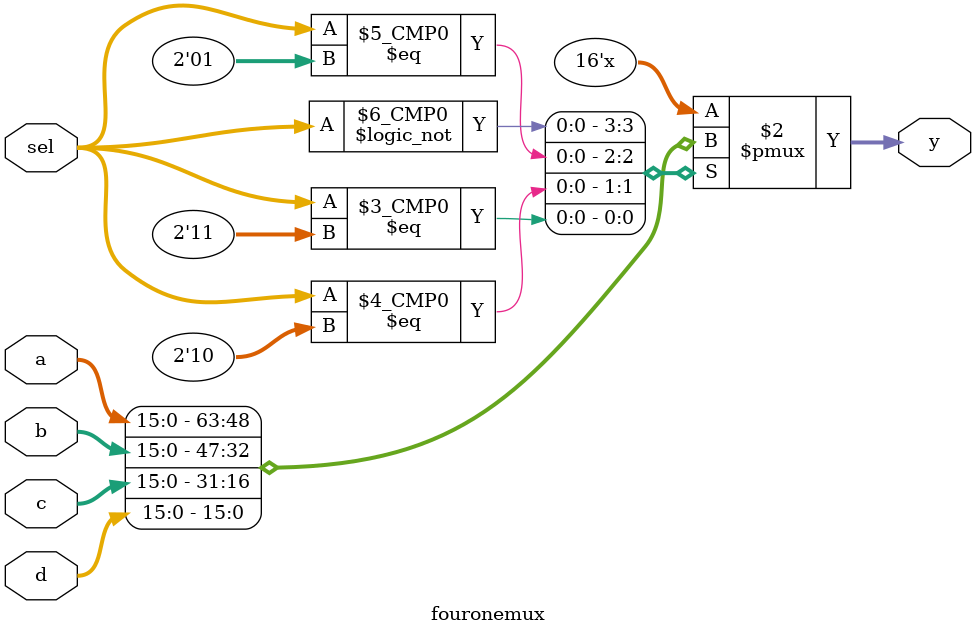
<source format=v>
module fouronemux(input [15:0] a,b,c,d, 
				  input [1:0] sel, 
				  output reg [15:0] y);
				  
always @*
	begin
		case (sel)
			2'd0 :  y = a;
			2'd1 :  y = b;
			2'd2 :  y = c;
			2'd3 :  y = d;
		endcase
	end
	
endmodule
</source>
